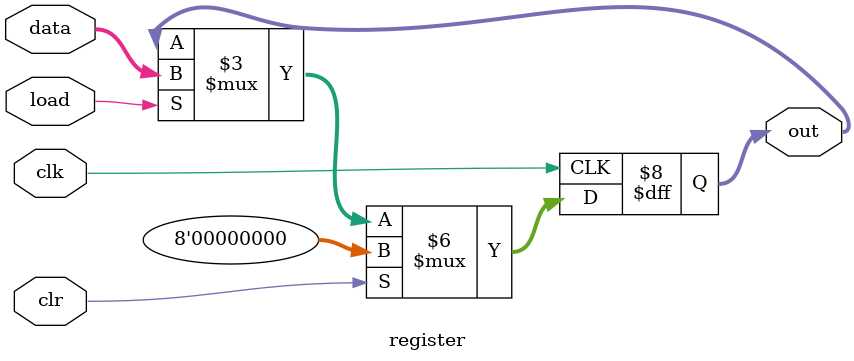
<source format=v>
`timescale 1ns / 1ps



module register(clk, load, clr, data,out);
    input clk,load,clr;
    input [7:0]data;
    output reg[7:0]out;
    always@(posedge clk)begin
        if(clr)
            out <=0;
        else if(load)
            out <= data;
        else
            out <= out;
    end
endmodule

</source>
